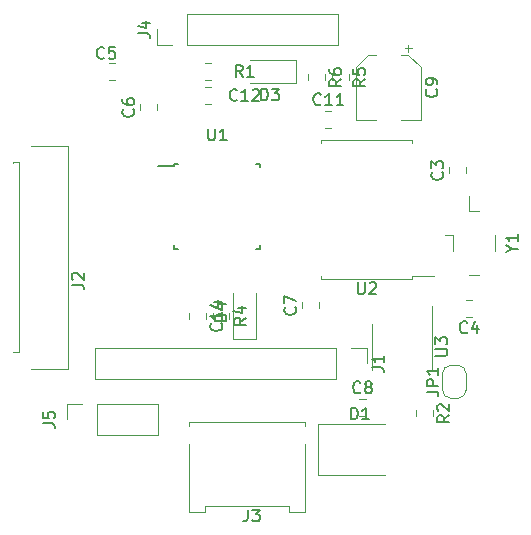
<source format=gbr>
%TF.GenerationSoftware,KiCad,Pcbnew,(5.1.12-1-10_14)*%
%TF.CreationDate,2022-01-19T19:17:41+01:00*%
%TF.ProjectId,CAN_Display,43414e5f-4469-4737-906c-61792e6b6963,rev?*%
%TF.SameCoordinates,Original*%
%TF.FileFunction,Legend,Top*%
%TF.FilePolarity,Positive*%
%FSLAX46Y46*%
G04 Gerber Fmt 4.6, Leading zero omitted, Abs format (unit mm)*
G04 Created by KiCad (PCBNEW (5.1.12-1-10_14)) date 2022-01-19 19:17:41*
%MOMM*%
%LPD*%
G01*
G04 APERTURE LIST*
%ADD10C,0.120000*%
%ADD11C,0.150000*%
G04 APERTURE END LIST*
D10*
%TO.C,Y1*%
X174631000Y-90017000D02*
X173981000Y-90017000D01*
X174631000Y-91417000D02*
X174631000Y-90017000D01*
X178231000Y-90017000D02*
X178231000Y-91417000D01*
X176831000Y-93417000D02*
X176031000Y-93417000D01*
X176031000Y-88017000D02*
X176831000Y-88017000D01*
X176031000Y-86767000D02*
X176031000Y-88017000D01*
%TO.C,U2*%
X167350000Y-81999000D02*
X163490000Y-81999000D01*
X163490000Y-81999000D02*
X163490000Y-82244000D01*
X167350000Y-81999000D02*
X171210000Y-81999000D01*
X171210000Y-81999000D02*
X171210000Y-82244000D01*
X167350000Y-93769000D02*
X163490000Y-93769000D01*
X163490000Y-93769000D02*
X163490000Y-93524000D01*
X167350000Y-93769000D02*
X171210000Y-93769000D01*
X171210000Y-93769000D02*
X171210000Y-93524000D01*
X171210000Y-93524000D02*
X173025000Y-93524000D01*
%TO.C,J5*%
X141926000Y-105664000D02*
X141926000Y-104334000D01*
X141926000Y-104334000D02*
X143256000Y-104334000D01*
X144526000Y-104334000D02*
X149666000Y-104334000D01*
X149666000Y-106994000D02*
X149666000Y-104334000D01*
X144526000Y-106994000D02*
X149666000Y-106994000D01*
X144526000Y-106994000D02*
X144526000Y-104334000D01*
D11*
%TO.C,U1*%
X151061000Y-84230000D02*
X149636000Y-84230000D01*
X158311000Y-84005000D02*
X157986000Y-84005000D01*
X158311000Y-91255000D02*
X157986000Y-91255000D01*
X151061000Y-91255000D02*
X151386000Y-91255000D01*
X151061000Y-84005000D02*
X151386000Y-84005000D01*
X151061000Y-91255000D02*
X151061000Y-90930000D01*
X158311000Y-91255000D02*
X158311000Y-90930000D01*
X158311000Y-84005000D02*
X158311000Y-84330000D01*
X151061000Y-84005000D02*
X151061000Y-84230000D01*
D10*
%TO.C,D1*%
X163192000Y-106054000D02*
X168892000Y-106054000D01*
X163192000Y-110354000D02*
X168892000Y-110354000D01*
X163192000Y-106054000D02*
X163192000Y-110354000D01*
%TO.C,C9*%
X171161500Y-74243500D02*
X170536500Y-74243500D01*
X170849000Y-73931000D02*
X170849000Y-74556000D01*
X167468437Y-74796000D02*
X166404000Y-75860437D01*
X170859563Y-74796000D02*
X171924000Y-75860437D01*
X170859563Y-74796000D02*
X170224000Y-74796000D01*
X167468437Y-74796000D02*
X168104000Y-74796000D01*
X166404000Y-75860437D02*
X166404000Y-80316000D01*
X171924000Y-75860437D02*
X171924000Y-80316000D01*
X171924000Y-80316000D02*
X170224000Y-80316000D01*
X166404000Y-80316000D02*
X168104000Y-80316000D01*
%TO.C,J4*%
X149546000Y-73974000D02*
X149546000Y-72644000D01*
X150876000Y-73974000D02*
X149546000Y-73974000D01*
X152146000Y-73974000D02*
X152146000Y-71314000D01*
X152146000Y-71314000D02*
X164906000Y-71314000D01*
X152146000Y-73974000D02*
X164906000Y-73974000D01*
X164906000Y-73974000D02*
X164906000Y-71314000D01*
%TO.C,J1*%
X167330000Y-99590000D02*
X167330000Y-100920000D01*
X166000000Y-99590000D02*
X167330000Y-99590000D01*
X164730000Y-99590000D02*
X164730000Y-102250000D01*
X164730000Y-102250000D02*
X144350000Y-102250000D01*
X164730000Y-99590000D02*
X144350000Y-99590000D01*
X144350000Y-99590000D02*
X144350000Y-102250000D01*
%TO.C,R6*%
X162358000Y-76437748D02*
X162358000Y-76960252D01*
X163778000Y-76437748D02*
X163778000Y-76960252D01*
%TO.C,R5*%
X164390000Y-76437748D02*
X164390000Y-76960252D01*
X165810000Y-76437748D02*
X165810000Y-76960252D01*
%TO.C,R4*%
X154290000Y-96633748D02*
X154290000Y-97156252D01*
X155710000Y-96633748D02*
X155710000Y-97156252D01*
%TO.C,R2*%
X171502000Y-104885748D02*
X171502000Y-105408252D01*
X172922000Y-104885748D02*
X172922000Y-105408252D01*
%TO.C,R1*%
X153671748Y-76910000D02*
X154194252Y-76910000D01*
X153671748Y-75490000D02*
X154194252Y-75490000D01*
%TO.C,JP1*%
X173752000Y-103174000D02*
X173752000Y-101774000D01*
X174452000Y-101074000D02*
X175052000Y-101074000D01*
X175752000Y-101774000D02*
X175752000Y-103174000D01*
X175052000Y-103874000D02*
X174452000Y-103874000D01*
X174452000Y-103874000D02*
G75*
G02*
X173752000Y-103174000I0J700000D01*
G01*
X175752000Y-103174000D02*
G75*
G02*
X175052000Y-103874000I-700000J0D01*
G01*
X175052000Y-101074000D02*
G75*
G02*
X175752000Y-101774000I0J-700000D01*
G01*
X173752000Y-101774000D02*
G75*
G02*
X174452000Y-101074000I700000J0D01*
G01*
%TO.C,D4*%
X156000000Y-98820000D02*
X156000000Y-94920000D01*
X158000000Y-98820000D02*
X158000000Y-94920000D01*
X156000000Y-98820000D02*
X158000000Y-98820000D01*
%TO.C,D3*%
X161380000Y-77200000D02*
X157480000Y-77200000D01*
X161380000Y-75200000D02*
X157480000Y-75200000D01*
X161380000Y-77200000D02*
X161380000Y-75200000D01*
%TO.C,C14*%
X152290000Y-96633748D02*
X152290000Y-97156252D01*
X153710000Y-96633748D02*
X153710000Y-97156252D01*
%TO.C,C12*%
X153671748Y-78942000D02*
X154194252Y-78942000D01*
X153671748Y-77522000D02*
X154194252Y-77522000D01*
%TO.C,C11*%
X163831748Y-80974000D02*
X164354252Y-80974000D01*
X163831748Y-79554000D02*
X164354252Y-79554000D01*
%TO.C,C8*%
X166713748Y-105358000D02*
X167236252Y-105358000D01*
X166713748Y-103938000D02*
X167236252Y-103938000D01*
%TO.C,C7*%
X163270000Y-96264252D02*
X163270000Y-95741748D01*
X161850000Y-96264252D02*
X161850000Y-95741748D01*
%TO.C,C6*%
X149554000Y-79500252D02*
X149554000Y-78977748D01*
X148134000Y-79500252D02*
X148134000Y-78977748D01*
%TO.C,C5*%
X145525748Y-76910000D02*
X146048252Y-76910000D01*
X145525748Y-75490000D02*
X146048252Y-75490000D01*
%TO.C,C4*%
X176274252Y-95556000D02*
X175751748Y-95556000D01*
X176274252Y-96976000D02*
X175751748Y-96976000D01*
%TO.C,C3*%
X175716000Y-84834252D02*
X175716000Y-84311748D01*
X174296000Y-84834252D02*
X174296000Y-84311748D01*
%TO.C,U3*%
X172867000Y-99503000D02*
X172867000Y-96053000D01*
X172867000Y-99503000D02*
X172867000Y-101453000D01*
X167747000Y-99503000D02*
X167747000Y-97553000D01*
X167747000Y-99503000D02*
X167747000Y-101453000D01*
%TO.C,J3*%
X162137000Y-106220000D02*
X162137000Y-105910000D01*
X162137000Y-105910000D02*
X152267000Y-105910000D01*
X152267000Y-105910000D02*
X152267000Y-106220000D01*
X162137000Y-107740000D02*
X162137000Y-113500000D01*
X162137000Y-113500000D02*
X160717000Y-113500000D01*
X160717000Y-113500000D02*
X160717000Y-113000000D01*
X160717000Y-113000000D02*
X153687000Y-113000000D01*
X153687000Y-113000000D02*
X153687000Y-113500000D01*
X153687000Y-113500000D02*
X152267000Y-113500000D01*
X152267000Y-113500000D02*
X152267000Y-107740000D01*
%TO.C,J2*%
X138935000Y-101355000D02*
X142010000Y-101355000D01*
X142010000Y-101355000D02*
X142010000Y-82485000D01*
X142010000Y-82485000D02*
X138935000Y-82485000D01*
X137420000Y-99915000D02*
X137420000Y-99935000D01*
X137420000Y-99935000D02*
X137920000Y-99935000D01*
X137920000Y-99935000D02*
X137920000Y-83905000D01*
X137920000Y-83905000D02*
X137420000Y-83905000D01*
X137420000Y-83905000D02*
X137420000Y-83925000D01*
%TO.C,Y1*%
D11*
X179657190Y-91193190D02*
X180133380Y-91193190D01*
X179133380Y-91526523D02*
X179657190Y-91193190D01*
X179133380Y-90859857D01*
X180133380Y-90002714D02*
X180133380Y-90574142D01*
X180133380Y-90288428D02*
X179133380Y-90288428D01*
X179276238Y-90383666D01*
X179371476Y-90478904D01*
X179419095Y-90574142D01*
%TO.C,U2*%
X166588095Y-94056380D02*
X166588095Y-94865904D01*
X166635714Y-94961142D01*
X166683333Y-95008761D01*
X166778571Y-95056380D01*
X166969047Y-95056380D01*
X167064285Y-95008761D01*
X167111904Y-94961142D01*
X167159523Y-94865904D01*
X167159523Y-94056380D01*
X167588095Y-94151619D02*
X167635714Y-94104000D01*
X167730952Y-94056380D01*
X167969047Y-94056380D01*
X168064285Y-94104000D01*
X168111904Y-94151619D01*
X168159523Y-94246857D01*
X168159523Y-94342095D01*
X168111904Y-94484952D01*
X167540476Y-95056380D01*
X168159523Y-95056380D01*
%TO.C,J5*%
X139938380Y-105997333D02*
X140652666Y-105997333D01*
X140795523Y-106044952D01*
X140890761Y-106140190D01*
X140938380Y-106283047D01*
X140938380Y-106378285D01*
X139938380Y-105044952D02*
X139938380Y-105521142D01*
X140414571Y-105568761D01*
X140366952Y-105521142D01*
X140319333Y-105425904D01*
X140319333Y-105187809D01*
X140366952Y-105092571D01*
X140414571Y-105044952D01*
X140509809Y-104997333D01*
X140747904Y-104997333D01*
X140843142Y-105044952D01*
X140890761Y-105092571D01*
X140938380Y-105187809D01*
X140938380Y-105425904D01*
X140890761Y-105521142D01*
X140843142Y-105568761D01*
%TO.C,U1*%
X153924095Y-81032380D02*
X153924095Y-81841904D01*
X153971714Y-81937142D01*
X154019333Y-81984761D01*
X154114571Y-82032380D01*
X154305047Y-82032380D01*
X154400285Y-81984761D01*
X154447904Y-81937142D01*
X154495523Y-81841904D01*
X154495523Y-81032380D01*
X155495523Y-82032380D02*
X154924095Y-82032380D01*
X155209809Y-82032380D02*
X155209809Y-81032380D01*
X155114571Y-81175238D01*
X155019333Y-81270476D01*
X154924095Y-81318095D01*
%TO.C,D1*%
X166003904Y-105656380D02*
X166003904Y-104656380D01*
X166242000Y-104656380D01*
X166384857Y-104704000D01*
X166480095Y-104799238D01*
X166527714Y-104894476D01*
X166575333Y-105084952D01*
X166575333Y-105227809D01*
X166527714Y-105418285D01*
X166480095Y-105513523D01*
X166384857Y-105608761D01*
X166242000Y-105656380D01*
X166003904Y-105656380D01*
X167527714Y-105656380D02*
X166956285Y-105656380D01*
X167242000Y-105656380D02*
X167242000Y-104656380D01*
X167146761Y-104799238D01*
X167051523Y-104894476D01*
X166956285Y-104942095D01*
%TO.C,C9*%
X173221142Y-77722666D02*
X173268761Y-77770285D01*
X173316380Y-77913142D01*
X173316380Y-78008380D01*
X173268761Y-78151238D01*
X173173523Y-78246476D01*
X173078285Y-78294095D01*
X172887809Y-78341714D01*
X172744952Y-78341714D01*
X172554476Y-78294095D01*
X172459238Y-78246476D01*
X172364000Y-78151238D01*
X172316380Y-78008380D01*
X172316380Y-77913142D01*
X172364000Y-77770285D01*
X172411619Y-77722666D01*
X173316380Y-77246476D02*
X173316380Y-77056000D01*
X173268761Y-76960761D01*
X173221142Y-76913142D01*
X173078285Y-76817904D01*
X172887809Y-76770285D01*
X172506857Y-76770285D01*
X172411619Y-76817904D01*
X172364000Y-76865523D01*
X172316380Y-76960761D01*
X172316380Y-77151238D01*
X172364000Y-77246476D01*
X172411619Y-77294095D01*
X172506857Y-77341714D01*
X172744952Y-77341714D01*
X172840190Y-77294095D01*
X172887809Y-77246476D01*
X172935428Y-77151238D01*
X172935428Y-76960761D01*
X172887809Y-76865523D01*
X172840190Y-76817904D01*
X172744952Y-76770285D01*
%TO.C,J4*%
X147998380Y-72977333D02*
X148712666Y-72977333D01*
X148855523Y-73024952D01*
X148950761Y-73120190D01*
X148998380Y-73263047D01*
X148998380Y-73358285D01*
X148331714Y-72072571D02*
X148998380Y-72072571D01*
X147950761Y-72310666D02*
X148665047Y-72548761D01*
X148665047Y-71929714D01*
%TO.C,J1*%
X167782380Y-101253333D02*
X168496666Y-101253333D01*
X168639523Y-101300952D01*
X168734761Y-101396190D01*
X168782380Y-101539047D01*
X168782380Y-101634285D01*
X168782380Y-100253333D02*
X168782380Y-100824761D01*
X168782380Y-100539047D02*
X167782380Y-100539047D01*
X167925238Y-100634285D01*
X168020476Y-100729523D01*
X168068095Y-100824761D01*
%TO.C,R6*%
X165170380Y-76865666D02*
X164694190Y-77199000D01*
X165170380Y-77437095D02*
X164170380Y-77437095D01*
X164170380Y-77056142D01*
X164218000Y-76960904D01*
X164265619Y-76913285D01*
X164360857Y-76865666D01*
X164503714Y-76865666D01*
X164598952Y-76913285D01*
X164646571Y-76960904D01*
X164694190Y-77056142D01*
X164694190Y-77437095D01*
X164170380Y-76008523D02*
X164170380Y-76199000D01*
X164218000Y-76294238D01*
X164265619Y-76341857D01*
X164408476Y-76437095D01*
X164598952Y-76484714D01*
X164979904Y-76484714D01*
X165075142Y-76437095D01*
X165122761Y-76389476D01*
X165170380Y-76294238D01*
X165170380Y-76103761D01*
X165122761Y-76008523D01*
X165075142Y-75960904D01*
X164979904Y-75913285D01*
X164741809Y-75913285D01*
X164646571Y-75960904D01*
X164598952Y-76008523D01*
X164551333Y-76103761D01*
X164551333Y-76294238D01*
X164598952Y-76389476D01*
X164646571Y-76437095D01*
X164741809Y-76484714D01*
%TO.C,R5*%
X167202380Y-76865666D02*
X166726190Y-77199000D01*
X167202380Y-77437095D02*
X166202380Y-77437095D01*
X166202380Y-77056142D01*
X166250000Y-76960904D01*
X166297619Y-76913285D01*
X166392857Y-76865666D01*
X166535714Y-76865666D01*
X166630952Y-76913285D01*
X166678571Y-76960904D01*
X166726190Y-77056142D01*
X166726190Y-77437095D01*
X166202380Y-75960904D02*
X166202380Y-76437095D01*
X166678571Y-76484714D01*
X166630952Y-76437095D01*
X166583333Y-76341857D01*
X166583333Y-76103761D01*
X166630952Y-76008523D01*
X166678571Y-75960904D01*
X166773809Y-75913285D01*
X167011904Y-75913285D01*
X167107142Y-75960904D01*
X167154761Y-76008523D01*
X167202380Y-76103761D01*
X167202380Y-76341857D01*
X167154761Y-76437095D01*
X167107142Y-76484714D01*
%TO.C,R4*%
X157102380Y-97061666D02*
X156626190Y-97395000D01*
X157102380Y-97633095D02*
X156102380Y-97633095D01*
X156102380Y-97252142D01*
X156150000Y-97156904D01*
X156197619Y-97109285D01*
X156292857Y-97061666D01*
X156435714Y-97061666D01*
X156530952Y-97109285D01*
X156578571Y-97156904D01*
X156626190Y-97252142D01*
X156626190Y-97633095D01*
X156435714Y-96204523D02*
X157102380Y-96204523D01*
X156054761Y-96442619D02*
X156769047Y-96680714D01*
X156769047Y-96061666D01*
%TO.C,R2*%
X174314380Y-105313666D02*
X173838190Y-105647000D01*
X174314380Y-105885095D02*
X173314380Y-105885095D01*
X173314380Y-105504142D01*
X173362000Y-105408904D01*
X173409619Y-105361285D01*
X173504857Y-105313666D01*
X173647714Y-105313666D01*
X173742952Y-105361285D01*
X173790571Y-105408904D01*
X173838190Y-105504142D01*
X173838190Y-105885095D01*
X173409619Y-104932714D02*
X173362000Y-104885095D01*
X173314380Y-104789857D01*
X173314380Y-104551761D01*
X173362000Y-104456523D01*
X173409619Y-104408904D01*
X173504857Y-104361285D01*
X173600095Y-104361285D01*
X173742952Y-104408904D01*
X174314380Y-104980333D01*
X174314380Y-104361285D01*
%TO.C,R1*%
X156823333Y-76652380D02*
X156490000Y-76176190D01*
X156251904Y-76652380D02*
X156251904Y-75652380D01*
X156632857Y-75652380D01*
X156728095Y-75700000D01*
X156775714Y-75747619D01*
X156823333Y-75842857D01*
X156823333Y-75985714D01*
X156775714Y-76080952D01*
X156728095Y-76128571D01*
X156632857Y-76176190D01*
X156251904Y-76176190D01*
X157775714Y-76652380D02*
X157204285Y-76652380D01*
X157490000Y-76652380D02*
X157490000Y-75652380D01*
X157394761Y-75795238D01*
X157299523Y-75890476D01*
X157204285Y-75938095D01*
%TO.C,JP1*%
X172404380Y-103307333D02*
X173118666Y-103307333D01*
X173261523Y-103354952D01*
X173356761Y-103450190D01*
X173404380Y-103593047D01*
X173404380Y-103688285D01*
X173404380Y-102831142D02*
X172404380Y-102831142D01*
X172404380Y-102450190D01*
X172452000Y-102354952D01*
X172499619Y-102307333D01*
X172594857Y-102259714D01*
X172737714Y-102259714D01*
X172832952Y-102307333D01*
X172880571Y-102354952D01*
X172928190Y-102450190D01*
X172928190Y-102831142D01*
X173404380Y-101307333D02*
X173404380Y-101878761D01*
X173404380Y-101593047D02*
X172404380Y-101593047D01*
X172547238Y-101688285D01*
X172642476Y-101783523D01*
X172690095Y-101878761D01*
%TO.C,D4*%
X155452380Y-97308095D02*
X154452380Y-97308095D01*
X154452380Y-97070000D01*
X154500000Y-96927142D01*
X154595238Y-96831904D01*
X154690476Y-96784285D01*
X154880952Y-96736666D01*
X155023809Y-96736666D01*
X155214285Y-96784285D01*
X155309523Y-96831904D01*
X155404761Y-96927142D01*
X155452380Y-97070000D01*
X155452380Y-97308095D01*
X154785714Y-95879523D02*
X155452380Y-95879523D01*
X154404761Y-96117619D02*
X155119047Y-96355714D01*
X155119047Y-95736666D01*
%TO.C,D3*%
X158391904Y-78652380D02*
X158391904Y-77652380D01*
X158630000Y-77652380D01*
X158772857Y-77700000D01*
X158868095Y-77795238D01*
X158915714Y-77890476D01*
X158963333Y-78080952D01*
X158963333Y-78223809D01*
X158915714Y-78414285D01*
X158868095Y-78509523D01*
X158772857Y-78604761D01*
X158630000Y-78652380D01*
X158391904Y-78652380D01*
X159296666Y-77652380D02*
X159915714Y-77652380D01*
X159582380Y-78033333D01*
X159725238Y-78033333D01*
X159820476Y-78080952D01*
X159868095Y-78128571D01*
X159915714Y-78223809D01*
X159915714Y-78461904D01*
X159868095Y-78557142D01*
X159820476Y-78604761D01*
X159725238Y-78652380D01*
X159439523Y-78652380D01*
X159344285Y-78604761D01*
X159296666Y-78557142D01*
%TO.C,C14*%
X155007142Y-97537857D02*
X155054761Y-97585476D01*
X155102380Y-97728333D01*
X155102380Y-97823571D01*
X155054761Y-97966428D01*
X154959523Y-98061666D01*
X154864285Y-98109285D01*
X154673809Y-98156904D01*
X154530952Y-98156904D01*
X154340476Y-98109285D01*
X154245238Y-98061666D01*
X154150000Y-97966428D01*
X154102380Y-97823571D01*
X154102380Y-97728333D01*
X154150000Y-97585476D01*
X154197619Y-97537857D01*
X155102380Y-96585476D02*
X155102380Y-97156904D01*
X155102380Y-96871190D02*
X154102380Y-96871190D01*
X154245238Y-96966428D01*
X154340476Y-97061666D01*
X154388095Y-97156904D01*
X154435714Y-95728333D02*
X155102380Y-95728333D01*
X154054761Y-95966428D02*
X154769047Y-96204523D01*
X154769047Y-95585476D01*
%TO.C,C12*%
X156347142Y-78589142D02*
X156299523Y-78636761D01*
X156156666Y-78684380D01*
X156061428Y-78684380D01*
X155918571Y-78636761D01*
X155823333Y-78541523D01*
X155775714Y-78446285D01*
X155728095Y-78255809D01*
X155728095Y-78112952D01*
X155775714Y-77922476D01*
X155823333Y-77827238D01*
X155918571Y-77732000D01*
X156061428Y-77684380D01*
X156156666Y-77684380D01*
X156299523Y-77732000D01*
X156347142Y-77779619D01*
X157299523Y-78684380D02*
X156728095Y-78684380D01*
X157013809Y-78684380D02*
X157013809Y-77684380D01*
X156918571Y-77827238D01*
X156823333Y-77922476D01*
X156728095Y-77970095D01*
X157680476Y-77779619D02*
X157728095Y-77732000D01*
X157823333Y-77684380D01*
X158061428Y-77684380D01*
X158156666Y-77732000D01*
X158204285Y-77779619D01*
X158251904Y-77874857D01*
X158251904Y-77970095D01*
X158204285Y-78112952D01*
X157632857Y-78684380D01*
X158251904Y-78684380D01*
%TO.C,C11*%
X163450142Y-78971142D02*
X163402523Y-79018761D01*
X163259666Y-79066380D01*
X163164428Y-79066380D01*
X163021571Y-79018761D01*
X162926333Y-78923523D01*
X162878714Y-78828285D01*
X162831095Y-78637809D01*
X162831095Y-78494952D01*
X162878714Y-78304476D01*
X162926333Y-78209238D01*
X163021571Y-78114000D01*
X163164428Y-78066380D01*
X163259666Y-78066380D01*
X163402523Y-78114000D01*
X163450142Y-78161619D01*
X164402523Y-79066380D02*
X163831095Y-79066380D01*
X164116809Y-79066380D02*
X164116809Y-78066380D01*
X164021571Y-78209238D01*
X163926333Y-78304476D01*
X163831095Y-78352095D01*
X165354904Y-79066380D02*
X164783476Y-79066380D01*
X165069190Y-79066380D02*
X165069190Y-78066380D01*
X164973952Y-78209238D01*
X164878714Y-78304476D01*
X164783476Y-78352095D01*
%TO.C,C8*%
X166808333Y-103355142D02*
X166760714Y-103402761D01*
X166617857Y-103450380D01*
X166522619Y-103450380D01*
X166379761Y-103402761D01*
X166284523Y-103307523D01*
X166236904Y-103212285D01*
X166189285Y-103021809D01*
X166189285Y-102878952D01*
X166236904Y-102688476D01*
X166284523Y-102593238D01*
X166379761Y-102498000D01*
X166522619Y-102450380D01*
X166617857Y-102450380D01*
X166760714Y-102498000D01*
X166808333Y-102545619D01*
X167379761Y-102878952D02*
X167284523Y-102831333D01*
X167236904Y-102783714D01*
X167189285Y-102688476D01*
X167189285Y-102640857D01*
X167236904Y-102545619D01*
X167284523Y-102498000D01*
X167379761Y-102450380D01*
X167570238Y-102450380D01*
X167665476Y-102498000D01*
X167713095Y-102545619D01*
X167760714Y-102640857D01*
X167760714Y-102688476D01*
X167713095Y-102783714D01*
X167665476Y-102831333D01*
X167570238Y-102878952D01*
X167379761Y-102878952D01*
X167284523Y-102926571D01*
X167236904Y-102974190D01*
X167189285Y-103069428D01*
X167189285Y-103259904D01*
X167236904Y-103355142D01*
X167284523Y-103402761D01*
X167379761Y-103450380D01*
X167570238Y-103450380D01*
X167665476Y-103402761D01*
X167713095Y-103355142D01*
X167760714Y-103259904D01*
X167760714Y-103069428D01*
X167713095Y-102974190D01*
X167665476Y-102926571D01*
X167570238Y-102878952D01*
%TO.C,C7*%
X161267142Y-96169666D02*
X161314761Y-96217285D01*
X161362380Y-96360142D01*
X161362380Y-96455380D01*
X161314761Y-96598238D01*
X161219523Y-96693476D01*
X161124285Y-96741095D01*
X160933809Y-96788714D01*
X160790952Y-96788714D01*
X160600476Y-96741095D01*
X160505238Y-96693476D01*
X160410000Y-96598238D01*
X160362380Y-96455380D01*
X160362380Y-96360142D01*
X160410000Y-96217285D01*
X160457619Y-96169666D01*
X160362380Y-95836333D02*
X160362380Y-95169666D01*
X161362380Y-95598238D01*
%TO.C,C6*%
X147551142Y-79405666D02*
X147598761Y-79453285D01*
X147646380Y-79596142D01*
X147646380Y-79691380D01*
X147598761Y-79834238D01*
X147503523Y-79929476D01*
X147408285Y-79977095D01*
X147217809Y-80024714D01*
X147074952Y-80024714D01*
X146884476Y-79977095D01*
X146789238Y-79929476D01*
X146694000Y-79834238D01*
X146646380Y-79691380D01*
X146646380Y-79596142D01*
X146694000Y-79453285D01*
X146741619Y-79405666D01*
X146646380Y-78548523D02*
X146646380Y-78739000D01*
X146694000Y-78834238D01*
X146741619Y-78881857D01*
X146884476Y-78977095D01*
X147074952Y-79024714D01*
X147455904Y-79024714D01*
X147551142Y-78977095D01*
X147598761Y-78929476D01*
X147646380Y-78834238D01*
X147646380Y-78643761D01*
X147598761Y-78548523D01*
X147551142Y-78500904D01*
X147455904Y-78453285D01*
X147217809Y-78453285D01*
X147122571Y-78500904D01*
X147074952Y-78548523D01*
X147027333Y-78643761D01*
X147027333Y-78834238D01*
X147074952Y-78929476D01*
X147122571Y-78977095D01*
X147217809Y-79024714D01*
%TO.C,C5*%
X145103333Y-75033142D02*
X145055714Y-75080761D01*
X144912857Y-75128380D01*
X144817619Y-75128380D01*
X144674761Y-75080761D01*
X144579523Y-74985523D01*
X144531904Y-74890285D01*
X144484285Y-74699809D01*
X144484285Y-74556952D01*
X144531904Y-74366476D01*
X144579523Y-74271238D01*
X144674761Y-74176000D01*
X144817619Y-74128380D01*
X144912857Y-74128380D01*
X145055714Y-74176000D01*
X145103333Y-74223619D01*
X146008095Y-74128380D02*
X145531904Y-74128380D01*
X145484285Y-74604571D01*
X145531904Y-74556952D01*
X145627142Y-74509333D01*
X145865238Y-74509333D01*
X145960476Y-74556952D01*
X146008095Y-74604571D01*
X146055714Y-74699809D01*
X146055714Y-74937904D01*
X146008095Y-75033142D01*
X145960476Y-75080761D01*
X145865238Y-75128380D01*
X145627142Y-75128380D01*
X145531904Y-75080761D01*
X145484285Y-75033142D01*
%TO.C,C4*%
X175846333Y-98273142D02*
X175798714Y-98320761D01*
X175655857Y-98368380D01*
X175560619Y-98368380D01*
X175417761Y-98320761D01*
X175322523Y-98225523D01*
X175274904Y-98130285D01*
X175227285Y-97939809D01*
X175227285Y-97796952D01*
X175274904Y-97606476D01*
X175322523Y-97511238D01*
X175417761Y-97416000D01*
X175560619Y-97368380D01*
X175655857Y-97368380D01*
X175798714Y-97416000D01*
X175846333Y-97463619D01*
X176703476Y-97701714D02*
X176703476Y-98368380D01*
X176465380Y-97320761D02*
X176227285Y-98035047D01*
X176846333Y-98035047D01*
%TO.C,C3*%
X173713142Y-84739666D02*
X173760761Y-84787285D01*
X173808380Y-84930142D01*
X173808380Y-85025380D01*
X173760761Y-85168238D01*
X173665523Y-85263476D01*
X173570285Y-85311095D01*
X173379809Y-85358714D01*
X173236952Y-85358714D01*
X173046476Y-85311095D01*
X172951238Y-85263476D01*
X172856000Y-85168238D01*
X172808380Y-85025380D01*
X172808380Y-84930142D01*
X172856000Y-84787285D01*
X172903619Y-84739666D01*
X172808380Y-84406333D02*
X172808380Y-83787285D01*
X173189333Y-84120619D01*
X173189333Y-83977761D01*
X173236952Y-83882523D01*
X173284571Y-83834904D01*
X173379809Y-83787285D01*
X173617904Y-83787285D01*
X173713142Y-83834904D01*
X173760761Y-83882523D01*
X173808380Y-83977761D01*
X173808380Y-84263476D01*
X173760761Y-84358714D01*
X173713142Y-84406333D01*
%TO.C,U3*%
X173159380Y-100264904D02*
X173968904Y-100264904D01*
X174064142Y-100217285D01*
X174111761Y-100169666D01*
X174159380Y-100074428D01*
X174159380Y-99883952D01*
X174111761Y-99788714D01*
X174064142Y-99741095D01*
X173968904Y-99693476D01*
X173159380Y-99693476D01*
X173159380Y-99312523D02*
X173159380Y-98693476D01*
X173540333Y-99026809D01*
X173540333Y-98883952D01*
X173587952Y-98788714D01*
X173635571Y-98741095D01*
X173730809Y-98693476D01*
X173968904Y-98693476D01*
X174064142Y-98741095D01*
X174111761Y-98788714D01*
X174159380Y-98883952D01*
X174159380Y-99169666D01*
X174111761Y-99264904D01*
X174064142Y-99312523D01*
%TO.C,J3*%
X157273666Y-113293380D02*
X157273666Y-114007666D01*
X157226047Y-114150523D01*
X157130809Y-114245761D01*
X156987952Y-114293380D01*
X156892714Y-114293380D01*
X157654619Y-113293380D02*
X158273666Y-113293380D01*
X157940333Y-113674333D01*
X158083190Y-113674333D01*
X158178428Y-113721952D01*
X158226047Y-113769571D01*
X158273666Y-113864809D01*
X158273666Y-114102904D01*
X158226047Y-114198142D01*
X158178428Y-114245761D01*
X158083190Y-114293380D01*
X157797476Y-114293380D01*
X157702238Y-114245761D01*
X157654619Y-114198142D01*
%TO.C,J2*%
X142373380Y-94254333D02*
X143087666Y-94254333D01*
X143230523Y-94301952D01*
X143325761Y-94397190D01*
X143373380Y-94540047D01*
X143373380Y-94635285D01*
X142468619Y-93825761D02*
X142421000Y-93778142D01*
X142373380Y-93682904D01*
X142373380Y-93444809D01*
X142421000Y-93349571D01*
X142468619Y-93301952D01*
X142563857Y-93254333D01*
X142659095Y-93254333D01*
X142801952Y-93301952D01*
X143373380Y-93873380D01*
X143373380Y-93254333D01*
%TD*%
M02*

</source>
